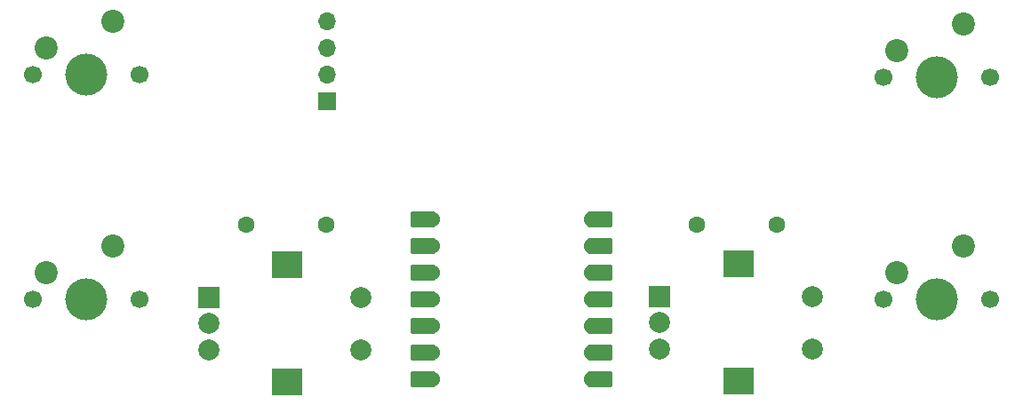
<source format=gbr>
%TF.GenerationSoftware,KiCad,Pcbnew,9.0.6*%
%TF.CreationDate,2025-12-07T01:16:21-05:00*%
%TF.ProjectId,Kigan's Lifeboard,4b696761-6e27-4732-904c-696665626f61,rev?*%
%TF.SameCoordinates,Original*%
%TF.FileFunction,Soldermask,Top*%
%TF.FilePolarity,Negative*%
%FSLAX46Y46*%
G04 Gerber Fmt 4.6, Leading zero omitted, Abs format (unit mm)*
G04 Created by KiCad (PCBNEW 9.0.6) date 2025-12-07 01:16:21*
%MOMM*%
%LPD*%
G01*
G04 APERTURE LIST*
G04 Aperture macros list*
%AMRoundRect*
0 Rectangle with rounded corners*
0 $1 Rounding radius*
0 $2 $3 $4 $5 $6 $7 $8 $9 X,Y pos of 4 corners*
0 Add a 4 corners polygon primitive as box body*
4,1,4,$2,$3,$4,$5,$6,$7,$8,$9,$2,$3,0*
0 Add four circle primitives for the rounded corners*
1,1,$1+$1,$2,$3*
1,1,$1+$1,$4,$5*
1,1,$1+$1,$6,$7*
1,1,$1+$1,$8,$9*
0 Add four rect primitives between the rounded corners*
20,1,$1+$1,$2,$3,$4,$5,0*
20,1,$1+$1,$4,$5,$6,$7,0*
20,1,$1+$1,$6,$7,$8,$9,0*
20,1,$1+$1,$8,$9,$2,$3,0*%
G04 Aperture macros list end*
%ADD10C,1.700000*%
%ADD11C,4.000000*%
%ADD12C,2.200000*%
%ADD13R,2.000000X2.000000*%
%ADD14C,2.000000*%
%ADD15R,3.000000X2.500000*%
%ADD16R,1.700000X1.700000*%
%ADD17O,1.700000X1.700000*%
%ADD18C,1.600000*%
%ADD19RoundRect,0.152400X-1.063600X-0.609600X1.063600X-0.609600X1.063600X0.609600X-1.063600X0.609600X0*%
%ADD20C,1.524000*%
%ADD21RoundRect,0.152400X1.063600X0.609600X-1.063600X0.609600X-1.063600X-0.609600X1.063600X-0.609600X0*%
G04 APERTURE END LIST*
D10*
%TO.C,SW3*%
X103379250Y-87504250D03*
D11*
X108459250Y-87504250D03*
D10*
X113539250Y-87504250D03*
D12*
X110999250Y-82424250D03*
X104649250Y-84964250D03*
%TD*%
D13*
%TO.C,SW7*%
X120080000Y-108740000D03*
D14*
X120080000Y-113740000D03*
X120080000Y-111240000D03*
D15*
X127580000Y-105640000D03*
X127580000Y-116840000D03*
D14*
X134580000Y-108740000D03*
X134580000Y-113740000D03*
%TD*%
D16*
%TO.C,J1*%
X131406750Y-90018000D03*
D17*
X131406750Y-87478000D03*
X131406750Y-84938000D03*
X131406750Y-82398000D03*
%TD*%
D10*
%TO.C,SW2*%
X184341750Y-108935500D03*
D11*
X189421750Y-108935500D03*
D10*
X194501750Y-108935500D03*
D12*
X191961750Y-103855500D03*
X185611750Y-106395500D03*
%TD*%
D18*
%TO.C,R2*%
X123699250Y-101791750D03*
X131319250Y-101791750D03*
%TD*%
D10*
%TO.C,SW1*%
X103379250Y-108935500D03*
D11*
X108459250Y-108935500D03*
D10*
X113539250Y-108935500D03*
D12*
X110999250Y-103855500D03*
X104649250Y-106395500D03*
%TD*%
D13*
%TO.C,SW5*%
X163060000Y-108640000D03*
D14*
X163060000Y-113640000D03*
X163060000Y-111140000D03*
D15*
X170560000Y-105540000D03*
X170560000Y-116740000D03*
D14*
X177560000Y-108640000D03*
X177560000Y-113640000D03*
%TD*%
D18*
%TO.C,R1*%
X166561750Y-101791750D03*
X174181750Y-101791750D03*
%TD*%
D10*
%TO.C,SW4*%
X184341750Y-87788000D03*
D11*
X189421750Y-87788000D03*
D10*
X194501750Y-87788000D03*
D12*
X191961750Y-82708000D03*
X185611750Y-85248000D03*
%TD*%
D19*
%TO.C,U1*%
X157395500Y-116555500D03*
D20*
X156560500Y-116555500D03*
D19*
X157395500Y-114015500D03*
D20*
X156560500Y-114015500D03*
D19*
X157395500Y-111475500D03*
D20*
X156560500Y-111475500D03*
D19*
X157395500Y-108935500D03*
D20*
X156560500Y-108935500D03*
D19*
X157395500Y-106395500D03*
D20*
X156560500Y-106395500D03*
D19*
X157395500Y-103855500D03*
D20*
X156560500Y-103855500D03*
D19*
X157395500Y-101315500D03*
D20*
X156560500Y-101315500D03*
X141320500Y-101315500D03*
D21*
X140485500Y-101315500D03*
D20*
X141320500Y-103855500D03*
D21*
X140485500Y-103855500D03*
D20*
X141320500Y-106395500D03*
D21*
X140485500Y-106395500D03*
D20*
X141320500Y-108935500D03*
D21*
X140485500Y-108935500D03*
D20*
X141320500Y-111475500D03*
D21*
X140485500Y-111475500D03*
D20*
X141320500Y-114015500D03*
D21*
X140485500Y-114015500D03*
D20*
X141320500Y-116555500D03*
D21*
X140485500Y-116555500D03*
%TD*%
M02*

</source>
